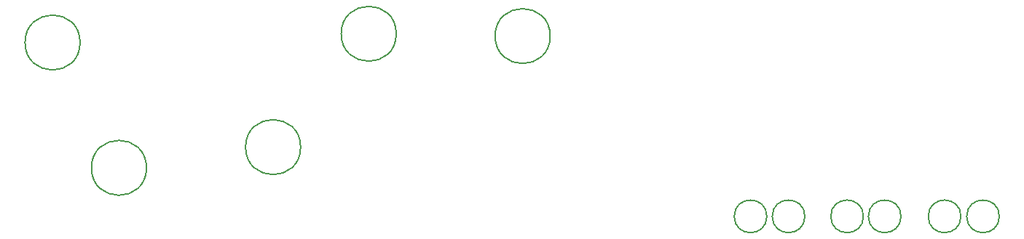
<source format=gbr>
%TF.GenerationSoftware,KiCad,Pcbnew,8.0.0*%
%TF.CreationDate,2024-08-24T04:45:33-07:00*%
%TF.ProjectId,sled,736c6564-2e6b-4696-9361-645f70636258,rev?*%
%TF.SameCoordinates,Original*%
%TF.FileFunction,Other,Comment*%
%FSLAX46Y46*%
G04 Gerber Fmt 4.6, Leading zero omitted, Abs format (unit mm)*
G04 Created by KiCad (PCBNEW 8.0.0) date 2024-08-24 04:45:33*
%MOMM*%
%LPD*%
G01*
G04 APERTURE LIST*
%ADD10C,0.150000*%
G04 APERTURE END LIST*
D10*
%TO.C,H11*%
X212415200Y-73406000D02*
G75*
G02*
X208615200Y-73406000I-1900000J0D01*
G01*
X208615200Y-73406000D02*
G75*
G02*
X212415200Y-73406000I1900000J0D01*
G01*
%TO.C,H10*%
X208046400Y-73406000D02*
G75*
G02*
X204246400Y-73406000I-1900000J0D01*
G01*
X204246400Y-73406000D02*
G75*
G02*
X208046400Y-73406000I1900000J0D01*
G01*
%TO.C,H9*%
X223845200Y-73406000D02*
G75*
G02*
X220045200Y-73406000I-1900000J0D01*
G01*
X220045200Y-73406000D02*
G75*
G02*
X223845200Y-73406000I1900000J0D01*
G01*
%TO.C,H8*%
X219374800Y-73406000D02*
G75*
G02*
X215574800Y-73406000I-1900000J0D01*
G01*
X215574800Y-73406000D02*
G75*
G02*
X219374800Y-73406000I1900000J0D01*
G01*
%TO.C,H7*%
X201239200Y-73406000D02*
G75*
G02*
X197439200Y-73406000I-1900000J0D01*
G01*
X197439200Y-73406000D02*
G75*
G02*
X201239200Y-73406000I1900000J0D01*
G01*
%TO.C,H6*%
X196819600Y-73406000D02*
G75*
G02*
X193019600Y-73406000I-1900000J0D01*
G01*
X193019600Y-73406000D02*
G75*
G02*
X196819600Y-73406000I1900000J0D01*
G01*
%TO.C,H5*%
X124700000Y-67750000D02*
G75*
G02*
X118300000Y-67750000I-3200000J0D01*
G01*
X118300000Y-67750000D02*
G75*
G02*
X124700000Y-67750000I3200000J0D01*
G01*
%TO.C,H4*%
X142616333Y-65335328D02*
G75*
G02*
X136216333Y-65335328I-3200000J0D01*
G01*
X136216333Y-65335328D02*
G75*
G02*
X142616333Y-65335328I3200000J0D01*
G01*
%TO.C,H3*%
X116980646Y-53142541D02*
G75*
G02*
X110580646Y-53142541I-3200000J0D01*
G01*
X110580646Y-53142541D02*
G75*
G02*
X116980646Y-53142541I3200000J0D01*
G01*
%TO.C,H2*%
X153732490Y-52126007D02*
G75*
G02*
X147332490Y-52126007I-3200000J0D01*
G01*
X147332490Y-52126007D02*
G75*
G02*
X153732490Y-52126007I3200000J0D01*
G01*
%TO.C,H1*%
X171627502Y-52393444D02*
G75*
G02*
X165227502Y-52393444I-3200000J0D01*
G01*
X165227502Y-52393444D02*
G75*
G02*
X171627502Y-52393444I3200000J0D01*
G01*
%TD*%
M02*

</source>
